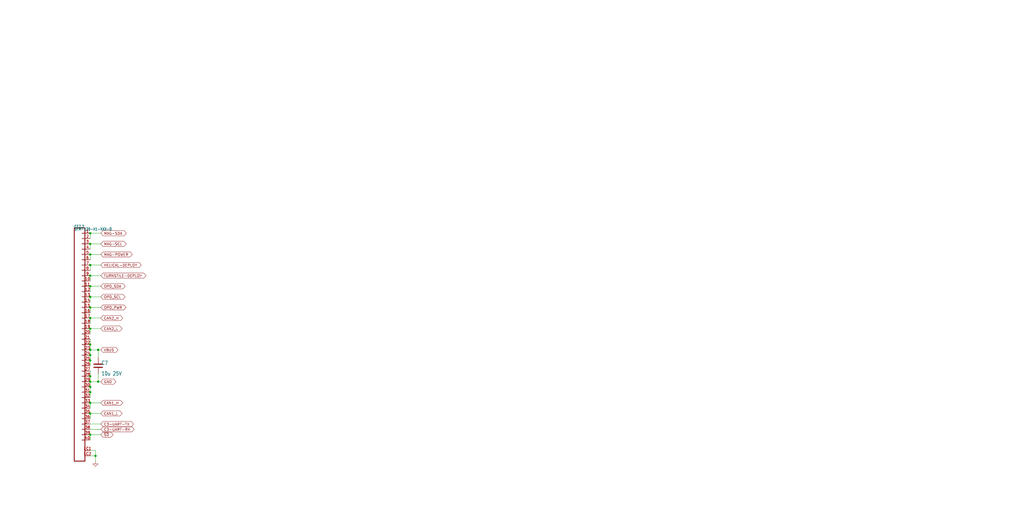
<source format=kicad_sch>
(kicad_sch (version 20211123) (generator eeschema)
  (paper "User" 490.22 254.406)
  (lib_symbols
    (symbol "Device:C" (pin_numbers hide) (pin_names (offset 0.254))
      (property "Reference" "C" (at 0.635 2.54 0))
      (property "Value" "C" (at 0.635 -2.54 0))
      (symbol "C_0_1"
        (polyline (pts (xy -2.032 -0.762) (xy 2.032 -0.762)) (stroke (width 0.508)))
        (polyline (pts (xy -2.032 0.762) (xy 2.032 0.762)) (stroke (width 0.508)))
      )
      (symbol "C_1_1"
        (pin passive line (at 0 3.81 270) (length 2.794) (name "~") (number "1"))
        (pin passive line (at 0 -3.81 90) (length 2.794) (name "~") (number "2"))
      )
    )
    (symbol "oresat-connectors:J-SAMTEC-TFM-120-01-L-D-RA" (pin_names hide)
      (property "Reference" "J" (at -2.54 53.34 0))
      (property "Value" "J-SAMTEC-TFM-120-01-L-D-RA" (at 0 -55.88 0))
      (symbol "J-SAMTEC-TFM-120-01-L-D-RA_0_1"
        (rectangle (start -2.54 50.8) (end 2.54 -60.96) (stroke (width 0.4)))
        (rectangle (start 2.413 -50.673) (end 1.143 -50.927) (stroke (width 0.1524)))
        (rectangle (start 2.413 -48.133) (end 1.143 -48.387) (stroke (width 0.1524)))
        (rectangle (start 2.413 -45.593) (end 1.143 -45.847) (stroke (width 0.1524)))
        (rectangle (start 2.413 -43.053) (end 1.143 -43.307) (stroke (width 0.1524)))
        (rectangle (start 2.413 -40.513) (end 1.143 -40.767) (stroke (width 0.1524)))
        (rectangle (start 2.413 -37.973) (end 1.143 -38.227) (stroke (width 0.1524)))
        (rectangle (start 2.413 -35.433) (end 1.143 -35.687) (stroke (width 0.1524)))
        (rectangle (start 2.413 -32.893) (end 1.143 -33.147) (stroke (width 0.1524)))
        (rectangle (start 2.413 -30.353) (end 1.143 -30.607) (stroke (width 0.1524)))
        (rectangle (start 2.413 -27.813) (end 1.143 -28.067) (stroke (width 0.1524)))
        (rectangle (start 2.413 -25.273) (end 1.143 -25.527) (stroke (width 0.1524)))
        (rectangle (start 2.413 -22.733) (end 1.143 -22.987) (stroke (width 0.1524)))
        (rectangle (start 2.413 -20.193) (end 1.143 -20.447) (stroke (width 0.1524)))
        (rectangle (start 2.413 -17.653) (end 1.143 -17.907) (stroke (width 0.1524)))
        (rectangle (start 2.413 -15.113) (end 1.143 -15.367) (stroke (width 0.1524)))
        (rectangle (start 2.413 -12.573) (end 1.143 -12.827) (stroke (width 0.1524)))
        (rectangle (start 2.413 -10.033) (end 1.143 -10.287) (stroke (width 0.1524)))
        (rectangle (start 2.413 -7.493) (end 1.143 -7.747) (stroke (width 0.1524)))
        (rectangle (start 2.413 -4.953) (end 1.143 -5.207) (stroke (width 0.1524)))
        (rectangle (start 2.413 -2.413) (end 1.143 -2.667) (stroke (width 0.1524)))
        (rectangle (start 2.413 0.127) (end 1.143 -0.127) (stroke (width 0.1524)))
        (rectangle (start 2.413 2.667) (end 1.143 2.413) (stroke (width 0.1524)))
        (rectangle (start 2.413 5.207) (end 1.143 4.953) (stroke (width 0.1524)))
        (rectangle (start 2.413 7.747) (end 1.143 7.493) (stroke (width 0.1524)))
        (rectangle (start 2.413 10.287) (end 1.143 10.033) (stroke (width 0.1524)))
        (rectangle (start 2.413 12.827) (end 1.143 12.573) (stroke (width 0.1524)))
        (rectangle (start 2.413 15.367) (end 1.143 15.113) (stroke (width 0.1524)))
        (rectangle (start 2.413 17.907) (end 1.143 17.653) (stroke (width 0.1524)))
        (rectangle (start 2.413 20.447) (end 1.143 20.193) (stroke (width 0.1524)))
        (rectangle (start 2.413 22.987) (end 1.143 22.733) (stroke (width 0.1524)))
        (rectangle (start 2.413 25.527) (end 1.143 25.273) (stroke (width 0.1524)))
        (rectangle (start 2.413 28.067) (end 1.143 27.813) (stroke (width 0.1524)))
        (rectangle (start 2.413 30.607) (end 1.143 30.353) (stroke (width 0.1524)))
        (rectangle (start 2.413 33.147) (end 1.143 32.893) (stroke (width 0.1524)))
        (rectangle (start 2.413 35.687) (end 1.143 35.433) (stroke (width 0.1524)))
        (rectangle (start 2.413 38.227) (end 1.143 37.973) (stroke (width 0.1524)))
        (rectangle (start 2.413 40.767) (end 1.143 40.513) (stroke (width 0.1524)))
        (rectangle (start 2.413 43.307) (end 1.143 43.053) (stroke (width 0.1524)))
        (rectangle (start 2.413 45.847) (end 1.143 45.593) (stroke (width 0.1524)))
        (rectangle (start 2.413 48.387) (end 1.143 48.133) (stroke (width 0.1524)))
      )
      (symbol "J-SAMTEC-TFM-120-01-L-D-RA_1_1"
        (pin passive line (at 5.08 48.26 180) (length 2.54) (name "") (number "1"))
        (pin passive line (at 5.08 25.4 180) (length 2.54) (name "") (number "10"))
        (pin passive line (at 5.08 22.86 180) (length 2.54) (name "") (number "11"))
        (pin passive line (at 5.08 20.32 180) (length 2.54) (name "") (number "12"))
        (pin passive line (at 5.08 17.78 180) (length 2.54) (name "") (number "13"))
        (pin passive line (at 5.08 15.24 180) (length 2.54) (name "") (number "14"))
        (pin passive line (at 5.08 12.7 180) (length 2.54) (name "") (number "15"))
        (pin passive line (at 5.08 10.16 180) (length 2.54) (name "") (number "16"))
        (pin passive line (at 5.08 7.62 180) (length 2.54) (name "") (number "17"))
        (pin passive line (at 5.08 5.08 180) (length 2.54) (name "") (number "18"))
        (pin passive line (at 5.08 2.54 180) (length 2.54) (name "") (number "19"))
        (pin passive line (at 5.08 45.72 180) (length 2.54) (name "") (number "2"))
        (pin passive line (at 5.08 0 180) (length 2.54) (name "") (number "20"))
        (pin passive line (at 5.08 -2.54 180) (length 2.54) (name "") (number "21"))
        (pin passive line (at 5.08 -5.08 180) (length 2.54) (name "") (number "22"))
        (pin passive line (at 5.08 -7.62 180) (length 2.54) (name "") (number "23"))
        (pin passive line (at 5.08 -10.16 180) (length 2.54) (name "") (number "24"))
        (pin passive line (at 5.08 -12.7 180) (length 2.54) (name "") (number "25"))
        (pin passive line (at 5.08 -15.24 180) (length 2.54) (name "") (number "26"))
        (pin passive line (at 5.08 -17.78 180) (length 2.54) (name "") (number "27"))
        (pin passive line (at 5.08 -20.32 180) (length 2.54) (name "") (number "28"))
        (pin passive line (at 5.08 -22.86 180) (length 2.54) (name "") (number "29"))
        (pin passive line (at 5.08 43.18 180) (length 2.54) (name "") (number "3"))
        (pin passive line (at 5.08 -25.4 180) (length 2.54) (name "") (number "30"))
        (pin passive line (at 5.08 -27.94 180) (length 2.54) (name "") (number "31"))
        (pin passive line (at 5.08 -30.48 180) (length 2.54) (name "") (number "32"))
        (pin passive line (at 5.08 -33.02 180) (length 2.54) (name "") (number "33"))
        (pin passive line (at 5.08 -35.56 180) (length 2.54) (name "") (number "34"))
        (pin passive line (at 5.08 -38.1 180) (length 2.54) (name "") (number "35"))
        (pin passive line (at 5.08 -40.64 180) (length 2.54) (name "") (number "36"))
        (pin passive line (at 5.08 -43.18 180) (length 2.54) (name "") (number "37"))
        (pin passive line (at 5.08 -45.72 180) (length 2.54) (name "") (number "38"))
        (pin passive line (at 5.08 -48.26 180) (length 2.54) (name "") (number "39"))
        (pin passive line (at 5.08 40.64 180) (length 2.54) (name "") (number "4"))
        (pin passive line (at 5.08 -50.8 180) (length 2.54) (name "") (number "40"))
        (pin passive line (at 5.08 38.1 180) (length 2.54) (name "") (number "5"))
        (pin passive line (at 5.08 35.56 180) (length 2.54) (name "") (number "6"))
        (pin passive line (at 5.08 33.02 180) (length 2.54) (name "") (number "7"))
        (pin passive line (at 5.08 30.48 180) (length 2.54) (name "") (number "8"))
        (pin passive line (at 5.08 27.94 180) (length 2.54) (name "") (number "9"))
        (pin passive line (at 5.08 -55.88 180) (length 2.54) (name "") (number "LC1"))
        (pin passive line (at 5.08 -58.42 180) (length 2.54) (name "") (number "LC2"))
      )
    )
    (symbol "power:GND" (power) (pin_names (offset 0))
      (property "Value" "GND" (at 0 -3.81 0))
      (symbol "GND_0_1"
        (polyline (pts (xy 0 0) (xy 0 -1.27) (xy 1.27 -1.27) (xy 0 -2.54) (xy -1.27 -1.27) (xy 0 -1.27)))
      )
      (symbol "GND_1_1"
        (pin power_in line (at 0 0 270) (length 0) hide (name "GND") (number "1"))
      )
    )
  )
  (junction (at 43.18 185.42))
  (junction (at 43.18 170.18))
  (junction (at 43.18 198.12))
  (junction (at 43.18 121.92))
  (junction (at 45.72 218.44))
  (junction (at 43.18 165.1))
  (junction (at 43.18 111.76))
  (junction (at 46.99 182.88))
  (junction (at 43.18 182.88))
  (junction (at 43.18 142.24))
  (junction (at 43.18 137.16))
  (junction (at 43.18 180.34))
  (junction (at 43.18 187.96))
  (junction (at 43.18 147.32))
  (junction (at 46.99 167.64))
  (junction (at 43.18 152.4))
  (junction (at 43.18 132.08))
  (junction (at 43.18 116.84))
  (junction (at 43.18 167.64))
  (junction (at 43.18 172.72))
  (junction (at 43.18 127))
  (junction (at 43.18 157.48))
  (junction (at 43.18 193.04))
  (junction (at 43.18 208.28))
  (wire (pts (xy 43.18 193.04) (xy 43.18 195.58)))
  (wire (pts (xy 43.18 147.32) (xy 43.18 149.86)))
  (wire (pts (xy 43.18 198.12) (xy 43.18 200.66)))
  (wire (pts (xy 46.99 167.64) (xy 46.99 171.45)))
  (wire (pts (xy 43.18 170.18) (xy 43.18 172.72)))
  (wire (pts (xy 43.18 172.72) (xy 43.18 175.26)))
  (wire (pts (xy 43.18 218.44) (xy 45.72 218.44)))
  (wire (pts (xy 46.99 179.07) (xy 46.99 182.88)))
  (wire (pts (xy 48.26 147.32) (xy 43.18 147.32)))
  (wire (pts (xy 48.26 132.08) (xy 43.18 132.08)))
  (wire (pts (xy 43.18 182.88) (xy 43.18 185.42)))
  (wire (pts (xy 43.18 152.4) (xy 43.18 154.94)))
  (wire (pts (xy 43.18 132.08) (xy 43.18 134.62)))
  (wire (pts (xy 48.26 198.12) (xy 43.18 198.12)))
  (wire (pts (xy 48.26 203.2) (xy 43.18 203.2)))
  (wire (pts (xy 43.18 167.64) (xy 43.18 170.18)))
  (wire (pts (xy 43.18 137.16) (xy 43.18 139.7)))
  (wire (pts (xy 43.18 142.24) (xy 43.18 144.78)))
  (wire (pts (xy 48.26 182.88) (xy 46.99 182.88)))
  (wire (pts (xy 43.18 187.96) (xy 43.18 190.5)))
  (wire (pts (xy 43.18 116.84) (xy 43.18 119.38)))
  (wire (pts (xy 48.26 167.64) (xy 46.99 167.64)))
  (wire (pts (xy 43.18 116.84) (xy 48.26 116.84)))
  (wire (pts (xy 43.18 185.42) (xy 43.18 187.96)))
  (wire (pts (xy 48.26 208.28) (xy 43.18 208.28)))
  (wire (pts (xy 48.26 142.24) (xy 43.18 142.24)))
  (wire (pts (xy 43.18 177.8) (xy 43.18 180.34)))
  (wire (pts (xy 48.26 137.16) (xy 43.18 137.16)))
  (wire (pts (xy 43.18 157.48) (xy 43.18 160.02)))
  (wire (pts (xy 45.72 218.44) (xy 45.72 220.98)))
  (wire (pts (xy 48.26 193.04) (xy 43.18 193.04)))
  (wire (pts (xy 45.72 215.9) (xy 45.72 218.44)))
  (wire (pts (xy 43.18 121.92) (xy 48.26 121.92)))
  (wire (pts (xy 43.18 208.28) (xy 43.18 210.82)))
  (wire (pts (xy 43.18 205.74) (xy 48.26 205.74)))
  (wire (pts (xy 43.18 111.76) (xy 48.26 111.76)))
  (wire (pts (xy 43.18 215.9) (xy 45.72 215.9)))
  (wire (pts (xy 43.18 162.56) (xy 43.18 165.1)))
  (wire (pts (xy 43.18 127) (xy 43.18 129.54)))
  (wire (pts (xy 43.18 121.92) (xy 43.18 124.46)))
  (wire (pts (xy 48.26 157.48) (xy 43.18 157.48)))
  (wire (pts (xy 46.99 167.64) (xy 43.18 167.64)))
  (wire (pts (xy 43.18 180.34) (xy 43.18 182.88)))
  (wire (pts (xy 43.18 152.4) (xy 48.26 152.4)))
  (wire (pts (xy 43.18 127) (xy 48.26 127)))
  (wire (pts (xy 46.99 182.88) (xy 43.18 182.88)))
  (wire (pts (xy 43.18 165.1) (xy 43.18 167.64)))
  (wire (pts (xy 43.18 111.76) (xy 43.18 114.3)))
  (global_label "OPD_PWR" (shape bidirectional) (at 48.26 147.32 0) (effects (font (size 1.2446 1.2446))) (property "Intersheet References" "${INTERSHEET_REFS}" (effects hide)))
  (global_label "VBUS" (shape bidirectional) (at 48.26 167.64 0) (effects (font (size 1.2446 1.2446))) (property "Intersheet References" "${INTERSHEET_REFS}" (effects hide)))
  (global_label "C3-UART-RX" (shape bidirectional) (at 48.26 205.74 0) (effects (font (size 1.2446 1.2446))) (property "Intersheet References" "${INTERSHEET_REFS}" (effects hide)))
  (global_label "TURNSTILE-DEPLOY" (shape bidirectional) (at 48.26 132.08 0) (effects (font (size 1.2446 1.2446))) (property "Intersheet References" "${INTERSHEET_REFS}" (effects hide)))
  (global_label "OPD_SDA" (shape bidirectional) (at 48.26 137.16 0) (effects (font (size 1.2446 1.2446))) (property "Intersheet References" "${INTERSHEET_REFS}" (effects hide)))
  (global_label "GND" (shape bidirectional) (at 48.26 182.88 0) (effects (font (size 1.2446 1.2446))) (property "Intersheet References" "${INTERSHEET_REFS}" (effects hide)))
  (global_label "MAG-POWER" (shape bidirectional) (at 48.26 121.92 0) (effects (font (size 1.2446 1.2446))) (property "Intersheet References" "${INTERSHEET_REFS}" (effects hide)))
  (global_label "HELICAL-DEPLOY" (shape bidirectional) (at 48.26 127 0) (effects (font (size 1.2446 1.2446))) (property "Intersheet References" "${INTERSHEET_REFS}" (effects hide)))
  (global_label "C3-UART-TX" (shape bidirectional) (at 48.26 203.2 0) (effects (font (size 1.2446 1.2446))) (property "Intersheet References" "${INTERSHEET_REFS}" (effects hide)))
  (global_label "~{SD}" (shape bidirectional) (at 48.26 208.28 0) (effects (font (size 1.2446 1.2446))) (property "Intersheet References" "${INTERSHEET_REFS}" (effects hide)))
  (global_label "CAN2_L" (shape bidirectional) (at 48.26 157.48 0) (effects (font (size 1.2446 1.2446))) (property "Intersheet References" "${INTERSHEET_REFS}" (effects hide)))
  (global_label "MAG-SDA" (shape bidirectional) (at 48.26 111.76 0) (effects (font (size 1.2446 1.2446))) (property "Intersheet References" "${INTERSHEET_REFS}" (effects hide)))
  (global_label "MAG-SCL" (shape bidirectional) (at 48.26 116.84 0) (effects (font (size 1.2446 1.2446))) (property "Intersheet References" "${INTERSHEET_REFS}" (effects hide)))
  (global_label "CAN1_H" (shape bidirectional) (at 48.26 193.04 0) (effects (font (size 1.2446 1.2446))) (property "Intersheet References" "${INTERSHEET_REFS}" (effects hide)))
  (global_label "OPD_SCL" (shape bidirectional) (at 48.26 142.24 0) (effects (font (size 1.2446 1.2446))) (property "Intersheet References" "${INTERSHEET_REFS}" (effects hide)))
  (global_label "CAN2_H" (shape bidirectional) (at 48.26 152.4 0) (effects (font (size 1.2446 1.2446))) (property "Intersheet References" "${INTERSHEET_REFS}" (effects hide)))
  (global_label "CAN1_L" (shape bidirectional) (at 48.26 198.12 0) (effects (font (size 1.2446 1.2446))) (property "Intersheet References" "${INTERSHEET_REFS}" (effects hide)))
  (symbol (lib_id "power:GND") (at 45.72 220.98 0) (unit 1)
    (property "Reference" "#GND0109" (effects hide))
    (property "Value" "GND" (effects hide))
    (property "Footprint" "oresat-backplane-2u:" (effects hide))
  )
  (symbol (lib_id "Device:C") (at 46.99 175.26 0) (unit 1)
    (property "Reference" "C7" (at 48.514 174.879 0) (effects (font (size 1.778 1.5113)) (justify left bottom)))
    (property "Value" "10u 25V" (at 48.514 179.959 0) (effects (font (size 1.778 1.5113)) (justify left bottom)))
    (property "Footprint" "Capacitor_SMD:C_1206_3216Metric" (effects hide))
  )
  (symbol (lib_id "oresat-connectors:J-SAMTEC-TFM-120-01-L-D-RA") (at 38.1 160.02 0) (unit 1)
    (property "Reference" "CF7.2" (at 35.56 109.22 0) (effects (font (size 1.27 1.0795)) (justify left bottom)))
    (property "Value" "SFM-120-X1-XXX-D" (at 35.56 110.49 0) (effects (font (size 1.27 1.0795)) (justify left bottom)))
    (property "Footprint" "oresat-connectors:J-SAMTEC-SFM-120-X1-XXX-D" (effects hide))
  )
)
</source>
